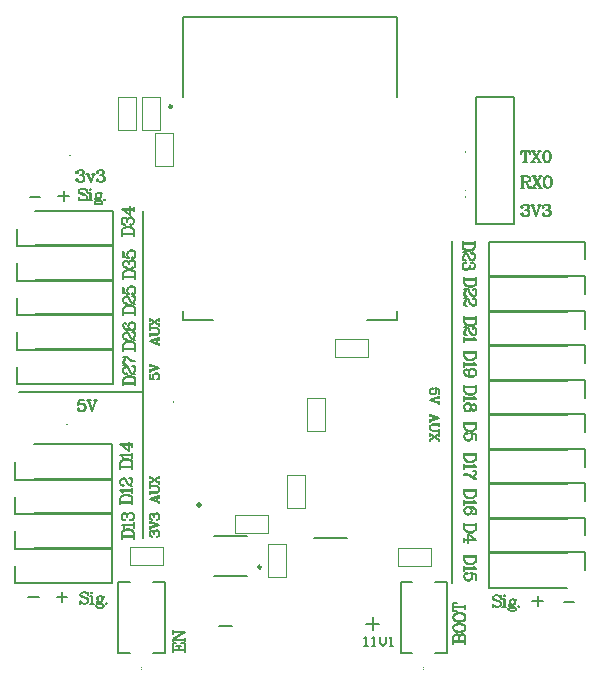
<source format=gto>
G04*
G04 #@! TF.GenerationSoftware,Altium Limited,Altium Designer,24.6.1 (21)*
G04*
G04 Layer_Color=65535*
%FSLAX42Y42*%
%MOMM*%
G71*
G04*
G04 #@! TF.SameCoordinates,A6C07601-EB4F-4E80-B680-5A307C7D7090*
G04*
G04*
G04 #@! TF.FilePolarity,Positive*
G04*
G01*
G75*
%ADD10C,0.10*%
%ADD11C,0.20*%
%ADD12C,0.25*%
%ADD13C,0.50*%
%ADD14C,0.05*%
%ADD15C,0.15*%
D10*
X3874Y4415D02*
G03*
X3874Y4425I0J5D01*
G01*
D02*
G03*
X3874Y4415I0J-5D01*
G01*
Y4097D02*
G03*
X3874Y4107I0J5D01*
G01*
D02*
G03*
X3874Y4097I0J-5D01*
G01*
X508Y2113D02*
G03*
X498Y2113I-5J0D01*
G01*
D02*
G03*
X508Y2113I5J0D01*
G01*
X3518Y53D02*
G03*
X3518Y43I0J-5D01*
G01*
D02*
G03*
X3518Y53I0J5D01*
G01*
X3874Y4033D02*
G03*
X3874Y4044I0J5D01*
G01*
D02*
G03*
X3874Y4033I0J-5D01*
G01*
X1130Y43D02*
G03*
X1130Y53I0J5D01*
G01*
D02*
G03*
X1130Y43I0J-5D01*
G01*
X516Y4392D02*
G03*
X526Y4392I5J0D01*
G01*
D02*
G03*
X516Y4392I-5J0D01*
G01*
D11*
X1402Y2302D02*
G03*
X1402Y2302I-5J0D01*
G01*
X3759Y775D02*
Y876D01*
X870Y2388D02*
X1143D01*
X89D02*
X127D01*
X195D01*
X375D01*
X229Y3338D02*
X889D01*
Y3037D02*
Y3338D01*
X76Y3037D02*
X889D01*
X76D02*
Y3188D01*
X2591Y1156D02*
X2870D01*
X1483Y5560D02*
X3293D01*
Y3000D02*
Y3072D01*
Y4888D02*
Y5560D01*
X1483Y3000D02*
X1734D01*
X3042D02*
X3293D01*
X1483D02*
Y3072D01*
Y4888D02*
Y5560D01*
X1143Y2388D02*
Y2578D01*
X375Y2388D02*
X870D01*
X3323Y183D02*
X3418D01*
X3323D02*
Y783D01*
X3418D01*
X3618Y183D02*
X3713D01*
Y783D01*
X3618D02*
X3713D01*
X229Y2754D02*
X889D01*
Y2453D02*
Y2754D01*
X76Y2453D02*
X889D01*
X76D02*
Y2603D01*
Y3622D02*
Y3772D01*
Y3622D02*
X889D01*
Y3922D01*
X229D02*
X889D01*
X76Y2745D02*
Y2896D01*
Y2745D02*
X889D01*
Y3046D01*
X229D02*
X889D01*
X4886Y1174D02*
Y1324D01*
X4073D02*
X4886D01*
X4073Y1023D02*
Y1324D01*
Y1023D02*
X4734D01*
X216Y1653D02*
X876D01*
Y1352D02*
Y1653D01*
X63Y1352D02*
X876D01*
X63D02*
Y1503D01*
X4886Y3218D02*
Y3369D01*
X4073D02*
X4886D01*
X4073Y3068D02*
Y3369D01*
Y3068D02*
X4734D01*
X4886Y2342D02*
Y2493D01*
X4073D02*
X4886D01*
X4073Y2192D02*
Y2493D01*
Y2192D02*
X4734D01*
X4886Y1466D02*
Y1616D01*
X4073D02*
X4886D01*
X4073Y1315D02*
Y1616D01*
Y1315D02*
X4734D01*
X4886Y3511D02*
Y3661D01*
X4073D02*
X4886D01*
X4073Y3360D02*
Y3661D01*
Y3360D02*
X4734D01*
X216Y1069D02*
X876D01*
Y768D02*
Y1069D01*
X63Y768D02*
X876D01*
X63D02*
Y918D01*
X216Y1945D02*
X876D01*
Y1644D02*
Y1945D01*
X63Y1644D02*
X876D01*
X63D02*
Y1795D01*
X4886Y1758D02*
Y1908D01*
X4073D02*
X4886D01*
X4073Y1608D02*
Y1908D01*
Y1608D02*
X4734D01*
X216Y1361D02*
X876D01*
Y1060D02*
Y1361D01*
X63Y1060D02*
X876D01*
X63D02*
Y1210D01*
X4886Y2926D02*
Y3077D01*
X4073D02*
X4886D01*
X4073Y2776D02*
Y3077D01*
Y2776D02*
X4734D01*
X4886Y882D02*
Y1032D01*
X4073D02*
X4886D01*
X4073Y731D02*
Y1032D01*
Y731D02*
X4734D01*
X76Y3329D02*
Y3480D01*
Y3329D02*
X889D01*
Y3630D01*
X229D02*
X889D01*
X4886Y2050D02*
Y2200D01*
X4073D02*
X4886D01*
X4073Y1900D02*
Y2200D01*
Y1900D02*
X4734D01*
X4886Y2634D02*
Y2785D01*
X4073D02*
X4886D01*
X4073Y2484D02*
Y2785D01*
Y2484D02*
X4734D01*
X3962Y3810D02*
X4280D01*
Y4890D01*
X3962D02*
X4280D01*
X3962Y3810D02*
Y4890D01*
X1143Y1156D02*
Y2388D01*
Y2578D02*
Y3924D01*
X1230Y783D02*
X1325D01*
Y183D02*
Y783D01*
X1230Y183D02*
X1325D01*
X935Y783D02*
X1030D01*
X935Y183D02*
Y783D01*
Y183D02*
X1030D01*
X3759Y876D02*
Y2197D01*
Y2203D02*
Y3664D01*
X1740Y833D02*
X2020D01*
X1740Y1173D02*
X2020D01*
X3017Y236D02*
X3044D01*
X3030D01*
Y316D01*
X3017Y303D01*
X3084Y236D02*
X3110D01*
X3097D01*
Y316D01*
X3084Y303D01*
X3150Y316D02*
Y263D01*
X3177Y236D01*
X3204Y263D01*
Y316D01*
X3230Y236D02*
X3257D01*
X3244D01*
Y316D01*
X3230Y303D01*
D12*
X1388Y4806D02*
G03*
X1388Y4806I-12J0D01*
G01*
X2142Y906D02*
G03*
X2142Y906I-12J0D01*
G01*
D13*
X1613Y1435D02*
D03*
D14*
X2772Y2681D02*
X3051D01*
X2772D02*
Y2834D01*
X2784D01*
X3051Y2681D02*
Y2834D01*
X2784D02*
X3051D01*
X3302Y1067D02*
X3581D01*
Y914D02*
Y1067D01*
X3569Y914D02*
X3581D01*
X3302D02*
Y1067D01*
Y914D02*
X3569D01*
X2527Y2057D02*
Y2337D01*
X2680D01*
Y2324D02*
Y2337D01*
X2527Y2057D02*
X2680D01*
Y2324D01*
X1245Y4305D02*
Y4585D01*
X1397D01*
Y4572D02*
Y4585D01*
X1245Y4305D02*
X1397D01*
Y4572D01*
X1041Y1080D02*
X1308D01*
Y927D02*
Y1080D01*
X1029D02*
X1041D01*
X1029Y927D02*
Y1080D01*
Y927D02*
X1308D01*
X2362Y1422D02*
Y1689D01*
X2515D01*
X2362Y1410D02*
Y1422D01*
Y1410D02*
X2515D01*
Y1689D01*
X1918Y1194D02*
X2197D01*
X1918D02*
Y1346D01*
X1930D01*
X2197Y1194D02*
Y1346D01*
X1930D02*
X2197D01*
Y838D02*
Y1105D01*
X2350D01*
X2197Y826D02*
Y838D01*
Y826D02*
X2350D01*
Y1105D01*
X1080Y4610D02*
Y4890D01*
X927Y4610D02*
X1080D01*
X927D02*
Y4623D01*
Y4890D02*
X1080D01*
X927Y4623D02*
Y4890D01*
X1130Y4623D02*
Y4890D01*
X1283D01*
X1130Y4610D02*
Y4623D01*
Y4610D02*
X1283D01*
Y4890D01*
D15*
X1216Y1169D02*
X1219Y1173D01*
X1223Y1169D01*
X1219Y1165D01*
X1216D01*
X1208Y1169D01*
X1204Y1173D01*
X1200Y1184D01*
Y1200D01*
X1204Y1211D01*
X1212Y1215D01*
X1223D01*
X1231Y1211D01*
X1235Y1200D01*
Y1188D01*
X1200Y1200D02*
X1204Y1207D01*
X1212Y1211D01*
X1223D01*
X1231Y1207D01*
X1235Y1200D01*
X1239Y1207D01*
X1246Y1215D01*
X1254Y1219D01*
X1265D01*
X1273Y1215D01*
X1277Y1211D01*
X1280Y1200D01*
Y1184D01*
X1277Y1173D01*
X1273Y1169D01*
X1265Y1165D01*
X1261D01*
X1258Y1169D01*
X1261Y1173D01*
X1265Y1169D01*
X1242Y1211D02*
X1254Y1215D01*
X1265D01*
X1273Y1211D01*
X1277Y1207D01*
X1280Y1200D01*
X1200Y1238D02*
X1280Y1265D01*
X1200Y1242D02*
X1269Y1265D01*
X1200Y1291D02*
X1280Y1265D01*
X1200Y1230D02*
Y1253D01*
Y1276D02*
Y1299D01*
X1216Y1313D02*
X1219Y1317D01*
X1223Y1313D01*
X1219Y1309D01*
X1216D01*
X1208Y1313D01*
X1204Y1317D01*
X1200Y1328D01*
Y1344D01*
X1204Y1355D01*
X1212Y1359D01*
X1223D01*
X1231Y1355D01*
X1235Y1344D01*
Y1332D01*
X1200Y1344D02*
X1204Y1351D01*
X1212Y1355D01*
X1223D01*
X1231Y1351D01*
X1235Y1344D01*
X1239Y1351D01*
X1246Y1359D01*
X1254Y1363D01*
X1265D01*
X1273Y1359D01*
X1277Y1355D01*
X1280Y1344D01*
Y1328D01*
X1277Y1317D01*
X1273Y1313D01*
X1265Y1309D01*
X1261D01*
X1258Y1313D01*
X1261Y1317D01*
X1265Y1313D01*
X1242Y1355D02*
X1254Y1359D01*
X1265D01*
X1273Y1355D01*
X1277Y1351D01*
X1280Y1344D01*
X1200Y1481D02*
X1280Y1454D01*
X1200Y1481D02*
X1280Y1507D01*
X1212Y1481D02*
X1280Y1504D01*
X1258Y1462D02*
Y1496D01*
X1280Y1446D02*
Y1469D01*
Y1492D02*
Y1515D01*
X1200Y1537D02*
X1258D01*
X1269Y1540D01*
X1277Y1548D01*
X1280Y1560D01*
Y1567D01*
X1277Y1579D01*
X1269Y1586D01*
X1258Y1590D01*
X1200D01*
Y1540D02*
X1258D01*
X1269Y1544D01*
X1277Y1552D01*
X1280Y1560D01*
X1200Y1525D02*
Y1552D01*
Y1579D02*
Y1601D01*
Y1619D02*
X1280Y1668D01*
X1200Y1622D02*
X1280Y1672D01*
X1200D02*
X1280Y1619D01*
X1200Y1611D02*
Y1634D01*
Y1657D02*
Y1679D01*
X1280Y1611D02*
Y1634D01*
Y1657D02*
Y1679D01*
X1200Y2503D02*
X1239Y2495D01*
X1231Y2503D01*
X1227Y2514D01*
Y2526D01*
X1231Y2537D01*
X1239Y2545D01*
X1250Y2549D01*
X1258D01*
X1269Y2545D01*
X1277Y2537D01*
X1280Y2526D01*
Y2514D01*
X1277Y2503D01*
X1273Y2499D01*
X1265Y2495D01*
X1261D01*
X1258Y2499D01*
X1261Y2503D01*
X1265Y2499D01*
X1227Y2526D02*
X1231Y2533D01*
X1239Y2541D01*
X1250Y2545D01*
X1258D01*
X1269Y2541D01*
X1277Y2533D01*
X1280Y2526D01*
X1200Y2503D02*
Y2541D01*
X1204Y2503D02*
Y2522D01*
X1200Y2541D01*
Y2568D02*
X1280Y2595D01*
X1200Y2572D02*
X1269Y2595D01*
X1200Y2621D02*
X1280Y2595D01*
X1200Y2561D02*
Y2583D01*
Y2606D02*
Y2629D01*
Y2818D02*
X1280Y2791D01*
X1200Y2818D02*
X1280Y2844D01*
X1212Y2818D02*
X1280Y2840D01*
X1258Y2799D02*
Y2833D01*
X1280Y2783D02*
Y2806D01*
Y2829D02*
Y2852D01*
X1200Y2874D02*
X1258D01*
X1269Y2877D01*
X1277Y2885D01*
X1280Y2896D01*
Y2904D01*
X1277Y2915D01*
X1269Y2923D01*
X1258Y2927D01*
X1200D01*
Y2877D02*
X1258D01*
X1269Y2881D01*
X1277Y2889D01*
X1280Y2896D01*
X1200Y2862D02*
Y2889D01*
Y2915D02*
Y2938D01*
Y2955D02*
X1280Y3005D01*
X1200Y2959D02*
X1280Y3009D01*
X1200D02*
X1280Y2955D01*
X1200Y2948D02*
Y2971D01*
Y2994D02*
Y3016D01*
X1280Y2948D02*
Y2971D01*
Y2994D02*
Y3016D01*
X3651Y2414D02*
X3613Y2422D01*
X3621Y2414D01*
X3624Y2403D01*
Y2391D01*
X3621Y2380D01*
X3613Y2372D01*
X3601Y2368D01*
X3594D01*
X3582Y2372D01*
X3575Y2380D01*
X3571Y2391D01*
Y2403D01*
X3575Y2414D01*
X3579Y2418D01*
X3586Y2422D01*
X3590D01*
X3594Y2418D01*
X3590Y2414D01*
X3586Y2418D01*
X3624Y2391D02*
X3621Y2384D01*
X3613Y2376D01*
X3601Y2372D01*
X3594D01*
X3582Y2376D01*
X3575Y2384D01*
X3571Y2391D01*
X3651Y2414D02*
Y2376D01*
X3647Y2414D02*
Y2395D01*
X3651Y2376D01*
Y2349D02*
X3571Y2322D01*
X3651Y2345D02*
X3582Y2322D01*
X3651Y2296D02*
X3571Y2322D01*
X3651Y2356D02*
Y2334D01*
Y2311D02*
Y2288D01*
Y2171D02*
X3571Y2198D01*
X3651Y2171D02*
X3571Y2145D01*
X3640Y2171D02*
X3571Y2149D01*
X3594Y2190D02*
Y2156D01*
X3571Y2206D02*
Y2183D01*
Y2160D02*
Y2137D01*
X3651Y2115D02*
X3594D01*
X3582Y2112D01*
X3575Y2104D01*
X3571Y2093D01*
Y2085D01*
X3575Y2074D01*
X3582Y2066D01*
X3594Y2062D01*
X3651D01*
Y2112D02*
X3594D01*
X3582Y2108D01*
X3575Y2100D01*
X3571Y2093D01*
X3651Y2127D02*
Y2100D01*
Y2074D02*
Y2051D01*
Y2034D02*
X3571Y1984D01*
X3651Y2030D02*
X3571Y1980D01*
X3651D02*
X3571Y2034D01*
X3651Y2041D02*
Y2018D01*
Y1995D02*
Y1973D01*
X3571Y2041D02*
Y2018D01*
Y1995D02*
Y1973D01*
X186Y4041D02*
X271D01*
X470Y4088D02*
Y4003D01*
X427Y4046D02*
X513D01*
X661Y4096D02*
X666Y4111D01*
Y4082D01*
X661Y4096D01*
X652Y4106D01*
X637Y4111D01*
X623D01*
X609Y4106D01*
X599Y4096D01*
Y4087D01*
X604Y4077D01*
X609Y4073D01*
X618Y4068D01*
X647Y4058D01*
X656Y4054D01*
X666Y4044D01*
X599Y4087D02*
X609Y4077D01*
X618Y4073D01*
X647Y4063D01*
X656Y4058D01*
X661Y4054D01*
X666Y4044D01*
Y4025D01*
X656Y4015D01*
X642Y4011D01*
X628D01*
X614Y4015D01*
X604Y4025D01*
X599Y4039D01*
Y4011D01*
X604Y4025D01*
X695Y4111D02*
X690Y4106D01*
X695Y4101D01*
X700Y4106D01*
X695Y4111D01*
Y4077D02*
Y4011D01*
X700Y4077D02*
Y4011D01*
X681Y4077D02*
X700D01*
X681Y4011D02*
X714D01*
X761Y4077D02*
X751Y4073D01*
X746Y4068D01*
X742Y4058D01*
Y4049D01*
X746Y4039D01*
X751Y4035D01*
X761Y4030D01*
X770D01*
X780Y4035D01*
X785Y4039D01*
X789Y4049D01*
Y4058D01*
X785Y4068D01*
X780Y4073D01*
X770Y4077D01*
X761D01*
X751Y4073D02*
X746Y4063D01*
Y4044D01*
X751Y4035D01*
X780D02*
X785Y4044D01*
Y4063D01*
X780Y4073D01*
X785Y4068D02*
X789Y4073D01*
X799Y4077D01*
Y4073D01*
X789D01*
X746Y4039D02*
X742Y4035D01*
X737Y4025D01*
Y4020D01*
X742Y4011D01*
X756Y4006D01*
X780D01*
X794Y4001D01*
X799Y3996D01*
X737Y4020D02*
X742Y4015D01*
X756Y4011D01*
X780D01*
X794Y4006D01*
X799Y3996D01*
Y3992D01*
X794Y3982D01*
X780Y3977D01*
X751D01*
X737Y3982D01*
X732Y3992D01*
Y3996D01*
X737Y4006D01*
X751Y4011D01*
X818Y4020D02*
X814Y4015D01*
X818Y4011D01*
X823Y4015D01*
X818Y4020D01*
X3771Y273D02*
X3871D01*
X3771Y278D02*
X3871D01*
X3771Y259D02*
Y316D01*
X3776Y330D01*
X3781Y335D01*
X3790Y340D01*
X3800D01*
X3809Y335D01*
X3814Y330D01*
X3819Y316D01*
X3771D02*
X3776Y326D01*
X3781Y330D01*
X3790Y335D01*
X3800D01*
X3809Y330D01*
X3814Y326D01*
X3819Y316D01*
Y278D02*
Y316D01*
X3824Y330D01*
X3828Y335D01*
X3838Y340D01*
X3852D01*
X3862Y335D01*
X3866Y330D01*
X3871Y316D01*
Y259D01*
X3819Y316D02*
X3824Y326D01*
X3828Y330D01*
X3838Y335D01*
X3852D01*
X3862Y330D01*
X3866Y326D01*
X3871Y316D01*
X3771Y387D02*
X3776Y372D01*
X3786Y363D01*
X3795Y358D01*
X3814Y353D01*
X3828D01*
X3847Y358D01*
X3857Y363D01*
X3866Y372D01*
X3871Y387D01*
Y396D01*
X3866Y410D01*
X3857Y420D01*
X3847Y425D01*
X3828Y429D01*
X3814D01*
X3795Y425D01*
X3786Y420D01*
X3776Y410D01*
X3771Y396D01*
Y387D01*
X3776Y377D01*
X3786Y368D01*
X3795Y363D01*
X3814Y358D01*
X3828D01*
X3847Y363D01*
X3857Y368D01*
X3866Y377D01*
X3871Y387D01*
Y396D02*
X3866Y406D01*
X3857Y415D01*
X3847Y420D01*
X3828Y425D01*
X3814D01*
X3795Y420D01*
X3786Y415D01*
X3776Y406D01*
X3771Y396D01*
Y477D02*
X3776Y462D01*
X3786Y453D01*
X3795Y448D01*
X3814Y443D01*
X3828D01*
X3847Y448D01*
X3857Y453D01*
X3866Y462D01*
X3871Y477D01*
Y486D01*
X3866Y500D01*
X3857Y510D01*
X3847Y515D01*
X3828Y519D01*
X3814D01*
X3795Y515D01*
X3786Y510D01*
X3776Y500D01*
X3771Y486D01*
Y477D01*
X3776Y467D01*
X3786Y458D01*
X3795Y453D01*
X3814Y448D01*
X3828D01*
X3847Y453D01*
X3857Y458D01*
X3866Y467D01*
X3871Y477D01*
Y486D02*
X3866Y496D01*
X3857Y505D01*
X3847Y510D01*
X3828Y515D01*
X3814D01*
X3795Y510D01*
X3786Y505D01*
X3776Y496D01*
X3771Y486D01*
Y567D02*
X3871D01*
X3771Y571D02*
X3871D01*
X3771Y538D02*
X3800Y533D01*
X3771D01*
Y605D01*
X3800D01*
X3771Y600D01*
X3871Y552D02*
Y586D01*
X599Y2325D02*
X590Y2277D01*
X599Y2287D01*
X613Y2291D01*
X628D01*
X642Y2287D01*
X651Y2277D01*
X656Y2263D01*
Y2253D01*
X651Y2239D01*
X642Y2230D01*
X628Y2225D01*
X613D01*
X599Y2230D01*
X594Y2234D01*
X590Y2244D01*
Y2249D01*
X594Y2253D01*
X599Y2249D01*
X594Y2244D01*
X628Y2291D02*
X637Y2287D01*
X647Y2277D01*
X651Y2263D01*
Y2253D01*
X647Y2239D01*
X637Y2230D01*
X628Y2225D01*
X599Y2325D02*
X647D01*
X599Y2320D02*
X623D01*
X647Y2325D01*
X680D02*
X714Y2225D01*
X685Y2325D02*
X714Y2239D01*
X747Y2325D02*
X714Y2225D01*
X671Y2325D02*
X700D01*
X728D02*
X757D01*
X584Y4249D02*
X589Y4244D01*
X584Y4239D01*
X579Y4244D01*
Y4249D01*
X584Y4258D01*
X589Y4263D01*
X603Y4268D01*
X622D01*
X637Y4263D01*
X641Y4254D01*
Y4239D01*
X637Y4230D01*
X622Y4225D01*
X608D01*
X622Y4268D02*
X632Y4263D01*
X637Y4254D01*
Y4239D01*
X632Y4230D01*
X622Y4225D01*
X632Y4220D01*
X641Y4211D01*
X646Y4201D01*
Y4187D01*
X641Y4177D01*
X637Y4173D01*
X622Y4168D01*
X603D01*
X589Y4173D01*
X584Y4177D01*
X579Y4187D01*
Y4192D01*
X584Y4196D01*
X589Y4192D01*
X584Y4187D01*
X637Y4216D02*
X641Y4201D01*
Y4187D01*
X637Y4177D01*
X632Y4173D01*
X622Y4168D01*
X670Y4235D02*
X699Y4168D01*
X675Y4235D02*
X699Y4177D01*
X728Y4235D02*
X699Y4168D01*
X661Y4235D02*
X689D01*
X708D02*
X737D01*
X756Y4249D02*
X760Y4244D01*
X756Y4239D01*
X751Y4244D01*
Y4249D01*
X756Y4258D01*
X760Y4263D01*
X775Y4268D01*
X794D01*
X808Y4263D01*
X813Y4254D01*
Y4239D01*
X808Y4230D01*
X794Y4225D01*
X779D01*
X794Y4268D02*
X803Y4263D01*
X808Y4254D01*
Y4239D01*
X803Y4230D01*
X794Y4225D01*
X803Y4220D01*
X813Y4211D01*
X818Y4201D01*
Y4187D01*
X813Y4177D01*
X808Y4173D01*
X794Y4168D01*
X775D01*
X760Y4173D01*
X756Y4177D01*
X751Y4187D01*
Y4192D01*
X756Y4196D01*
X760Y4192D01*
X756Y4187D01*
X808Y4216D02*
X813Y4201D01*
Y4187D01*
X808Y4177D01*
X803Y4173D01*
X794Y4168D01*
X4378Y4433D02*
Y4333D01*
X4383Y4433D02*
Y4333D01*
X4350Y4433D02*
X4345Y4404D01*
Y4433D01*
X4416D01*
Y4404D01*
X4412Y4433D01*
X4364Y4333D02*
X4397D01*
X4440Y4433D02*
X4502Y4333D01*
X4445Y4433D02*
X4507Y4333D01*
Y4433D02*
X4440Y4333D01*
X4431Y4433D02*
X4459D01*
X4488D02*
X4516D01*
X4431Y4333D02*
X4459D01*
X4488D02*
X4516D01*
X4558Y4433D02*
X4543Y4428D01*
X4534Y4414D01*
X4529Y4390D01*
Y4376D01*
X4534Y4352D01*
X4543Y4338D01*
X4558Y4333D01*
X4567D01*
X4582Y4338D01*
X4591Y4352D01*
X4596Y4376D01*
Y4390D01*
X4591Y4414D01*
X4582Y4428D01*
X4567Y4433D01*
X4558D01*
X4548Y4428D01*
X4543Y4423D01*
X4539Y4414D01*
X4534Y4390D01*
Y4376D01*
X4539Y4352D01*
X4543Y4343D01*
X4548Y4338D01*
X4558Y4333D01*
X4567D02*
X4577Y4338D01*
X4582Y4343D01*
X4586Y4352D01*
X4591Y4376D01*
Y4390D01*
X4586Y4414D01*
X4582Y4423D01*
X4577Y4428D01*
X4567Y4433D01*
X4353Y4217D02*
Y4117D01*
X4358Y4217D02*
Y4117D01*
X4339Y4217D02*
X4396D01*
X4410Y4212D01*
X4415Y4208D01*
X4419Y4198D01*
Y4189D01*
X4415Y4179D01*
X4410Y4174D01*
X4396Y4169D01*
X4358D01*
X4396Y4217D02*
X4405Y4212D01*
X4410Y4208D01*
X4415Y4198D01*
Y4189D01*
X4410Y4179D01*
X4405Y4174D01*
X4396Y4169D01*
X4339Y4117D02*
X4372D01*
X4381Y4169D02*
X4391Y4165D01*
X4396Y4160D01*
X4410Y4127D01*
X4415Y4122D01*
X4419D01*
X4424Y4127D01*
X4391Y4165D02*
X4396Y4155D01*
X4405Y4122D01*
X4410Y4117D01*
X4419D01*
X4424Y4127D01*
Y4131D01*
X4447Y4217D02*
X4508Y4117D01*
X4451Y4217D02*
X4513Y4117D01*
Y4217D02*
X4447Y4117D01*
X4437Y4217D02*
X4466D01*
X4494D02*
X4523D01*
X4437Y4117D02*
X4466D01*
X4494D02*
X4523D01*
X4564Y4217D02*
X4550Y4212D01*
X4540Y4198D01*
X4536Y4174D01*
Y4160D01*
X4540Y4136D01*
X4550Y4122D01*
X4564Y4117D01*
X4574D01*
X4588Y4122D01*
X4598Y4136D01*
X4602Y4160D01*
Y4174D01*
X4598Y4198D01*
X4588Y4212D01*
X4574Y4217D01*
X4564D01*
X4555Y4212D01*
X4550Y4208D01*
X4545Y4198D01*
X4540Y4174D01*
Y4160D01*
X4545Y4136D01*
X4550Y4127D01*
X4555Y4122D01*
X4564Y4117D01*
X4574D02*
X4583Y4122D01*
X4588Y4127D01*
X4593Y4136D01*
X4598Y4160D01*
Y4174D01*
X4593Y4198D01*
X4588Y4208D01*
X4583Y4212D01*
X4574Y4217D01*
X4352Y3957D02*
X4357Y3952D01*
X4352Y3947D01*
X4347Y3952D01*
Y3957D01*
X4352Y3966D01*
X4357Y3971D01*
X4371Y3976D01*
X4390D01*
X4404Y3971D01*
X4409Y3961D01*
Y3947D01*
X4404Y3938D01*
X4390Y3933D01*
X4376D01*
X4390Y3976D02*
X4399Y3971D01*
X4404Y3961D01*
Y3947D01*
X4399Y3938D01*
X4390Y3933D01*
X4399Y3928D01*
X4409Y3919D01*
X4414Y3909D01*
Y3895D01*
X4409Y3885D01*
X4404Y3881D01*
X4390Y3876D01*
X4371D01*
X4357Y3881D01*
X4352Y3885D01*
X4347Y3895D01*
Y3900D01*
X4352Y3904D01*
X4357Y3900D01*
X4352Y3895D01*
X4404Y3923D02*
X4409Y3909D01*
Y3895D01*
X4404Y3885D01*
X4399Y3881D01*
X4390Y3876D01*
X4438Y3976D02*
X4471Y3876D01*
X4443Y3976D02*
X4471Y3890D01*
X4505Y3976D02*
X4471Y3876D01*
X4429Y3976D02*
X4457D01*
X4486D02*
X4514D01*
X4532Y3957D02*
X4537Y3952D01*
X4532Y3947D01*
X4527Y3952D01*
Y3957D01*
X4532Y3966D01*
X4537Y3971D01*
X4551Y3976D01*
X4570D01*
X4584Y3971D01*
X4589Y3961D01*
Y3947D01*
X4584Y3938D01*
X4570Y3933D01*
X4556D01*
X4570Y3976D02*
X4579Y3971D01*
X4584Y3961D01*
Y3947D01*
X4579Y3938D01*
X4570Y3933D01*
X4579Y3928D01*
X4589Y3919D01*
X4594Y3909D01*
Y3895D01*
X4589Y3885D01*
X4584Y3881D01*
X4570Y3876D01*
X4551D01*
X4537Y3881D01*
X4532Y3885D01*
X4527Y3895D01*
Y3900D01*
X4532Y3904D01*
X4537Y3900D01*
X4532Y3895D01*
X4584Y3923D02*
X4589Y3909D01*
Y3895D01*
X4584Y3885D01*
X4579Y3881D01*
X4570Y3876D01*
X1396Y203D02*
X1496D01*
X1396Y208D02*
X1496D01*
X1425Y237D02*
X1463D01*
X1396Y189D02*
Y265D01*
X1425D01*
X1396Y261D01*
X1444Y208D02*
Y237D01*
X1496Y189D02*
Y265D01*
X1468D01*
X1496Y261D01*
X1396Y293D02*
X1496D01*
X1396Y298D02*
X1487Y355D01*
X1406Y298D02*
X1496Y355D01*
X1396D02*
X1496D01*
X1396Y279D02*
Y298D01*
Y341D02*
Y370D01*
X1496Y279D02*
Y308D01*
X3086Y482D02*
Y371D01*
X3030Y426D02*
X3142D01*
X4166Y655D02*
X4171Y669D01*
Y640D01*
X4166Y655D01*
X4157Y664D01*
X4143Y669D01*
X4128D01*
X4114Y664D01*
X4105Y655D01*
Y645D01*
X4109Y636D01*
X4114Y631D01*
X4124Y626D01*
X4152Y617D01*
X4162Y612D01*
X4171Y602D01*
X4105Y645D02*
X4114Y636D01*
X4124Y631D01*
X4152Y621D01*
X4162Y617D01*
X4166Y612D01*
X4171Y602D01*
Y583D01*
X4162Y574D01*
X4147Y569D01*
X4133D01*
X4119Y574D01*
X4109Y583D01*
X4105Y598D01*
Y569D01*
X4109Y583D01*
X4200Y669D02*
X4195Y664D01*
X4200Y659D01*
X4205Y664D01*
X4200Y669D01*
Y636D02*
Y569D01*
X4205Y636D02*
Y569D01*
X4186Y636D02*
X4205D01*
X4186Y569D02*
X4219D01*
X4266Y636D02*
X4256Y631D01*
X4252Y626D01*
X4247Y617D01*
Y607D01*
X4252Y598D01*
X4256Y593D01*
X4266Y588D01*
X4275D01*
X4285Y593D01*
X4290Y598D01*
X4294Y607D01*
Y617D01*
X4290Y626D01*
X4285Y631D01*
X4275Y636D01*
X4266D01*
X4256Y631D02*
X4252Y621D01*
Y602D01*
X4256Y593D01*
X4285D02*
X4290Y602D01*
Y621D01*
X4285Y631D01*
X4290Y626D02*
X4294Y631D01*
X4304Y636D01*
Y631D01*
X4294D01*
X4252Y598D02*
X4247Y593D01*
X4242Y583D01*
Y579D01*
X4247Y569D01*
X4261Y564D01*
X4285D01*
X4299Y560D01*
X4304Y555D01*
X4242Y579D02*
X4247Y574D01*
X4261Y569D01*
X4285D01*
X4299Y564D01*
X4304Y555D01*
Y550D01*
X4299Y540D01*
X4285Y536D01*
X4256D01*
X4242Y540D01*
X4237Y550D01*
Y555D01*
X4242Y564D01*
X4256Y569D01*
X4324Y579D02*
X4319Y574D01*
X4324Y569D01*
X4328Y574D01*
X4324Y579D01*
X4707Y612D02*
X4793D01*
X4483Y659D02*
Y574D01*
X4440Y617D02*
X4526D01*
X952Y1453D02*
X1052D01*
X952Y1458D02*
X1052D01*
X952Y1439D02*
Y1487D01*
X957Y1501D01*
X966Y1510D01*
X976Y1515D01*
X990Y1520D01*
X1014D01*
X1028Y1515D01*
X1038Y1510D01*
X1047Y1501D01*
X1052Y1487D01*
Y1439D01*
X952Y1487D02*
X957Y1496D01*
X966Y1506D01*
X976Y1510D01*
X990Y1515D01*
X1014D01*
X1028Y1510D01*
X1038Y1506D01*
X1047Y1496D01*
X1052Y1487D01*
X971Y1533D02*
X966Y1543D01*
X952Y1557D01*
X1052D01*
X957Y1552D02*
X1052D01*
Y1533D02*
Y1576D01*
X971Y1598D02*
X976Y1603D01*
X980Y1598D01*
X976Y1593D01*
X971D01*
X961Y1598D01*
X957Y1603D01*
X952Y1617D01*
Y1636D01*
X957Y1650D01*
X961Y1655D01*
X971Y1660D01*
X980D01*
X990Y1655D01*
X999Y1641D01*
X1009Y1617D01*
X1014Y1607D01*
X1023Y1598D01*
X1038Y1593D01*
X1052D01*
X952Y1636D02*
X957Y1646D01*
X961Y1650D01*
X971Y1655D01*
X980D01*
X990Y1650D01*
X999Y1636D01*
X1009Y1617D01*
X1042Y1593D02*
X1038Y1598D01*
Y1607D01*
X1047Y1631D01*
Y1646D01*
X1042Y1655D01*
X1038Y1660D01*
X1028D01*
X1038Y1607D02*
X1052Y1631D01*
Y1650D01*
X1047Y1655D01*
X1038Y1660D01*
X952Y1753D02*
X1052D01*
X952Y1758D02*
X1052D01*
X952Y1739D02*
Y1787D01*
X957Y1801D01*
X966Y1810D01*
X976Y1815D01*
X990Y1820D01*
X1014D01*
X1028Y1815D01*
X1038Y1810D01*
X1047Y1801D01*
X1052Y1787D01*
Y1739D01*
X952Y1787D02*
X957Y1796D01*
X966Y1806D01*
X976Y1810D01*
X990Y1815D01*
X1014D01*
X1028Y1810D01*
X1038Y1806D01*
X1047Y1796D01*
X1052Y1787D01*
X971Y1833D02*
X966Y1843D01*
X952Y1857D01*
X1052D01*
X957Y1852D02*
X1052D01*
Y1833D02*
Y1876D01*
X961Y1941D02*
X1052D01*
X1023Y1969D02*
Y1893D01*
X952Y1946D01*
X1052D01*
Y1927D02*
Y1960D01*
X977Y2459D02*
X1077D01*
X977Y2463D02*
X1077D01*
X977Y2444D02*
Y2492D01*
X982Y2506D01*
X992Y2516D01*
X1001Y2520D01*
X1015Y2525D01*
X1039D01*
X1053Y2520D01*
X1063Y2516D01*
X1072Y2506D01*
X1077Y2492D01*
Y2444D01*
X977Y2492D02*
X982Y2501D01*
X992Y2511D01*
X1001Y2516D01*
X1015Y2520D01*
X1039D01*
X1053Y2516D01*
X1063Y2511D01*
X1072Y2501D01*
X1077Y2492D01*
X996Y2543D02*
X1001Y2548D01*
X1006Y2543D01*
X1001Y2539D01*
X996D01*
X987Y2543D01*
X982Y2548D01*
X977Y2562D01*
Y2581D01*
X982Y2596D01*
X987Y2600D01*
X996Y2605D01*
X1006D01*
X1015Y2600D01*
X1025Y2586D01*
X1034Y2562D01*
X1039Y2553D01*
X1049Y2543D01*
X1063Y2539D01*
X1077D01*
X977Y2581D02*
X982Y2591D01*
X987Y2596D01*
X996Y2600D01*
X1006D01*
X1015Y2596D01*
X1025Y2581D01*
X1034Y2562D01*
X1068Y2539D02*
X1063Y2543D01*
Y2553D01*
X1072Y2577D01*
Y2591D01*
X1068Y2600D01*
X1063Y2605D01*
X1053D01*
X1063Y2553D02*
X1077Y2577D01*
Y2596D01*
X1072Y2600D01*
X1063Y2605D01*
X977Y2620D02*
X1006D01*
X996D02*
X987Y2625D01*
X977Y2634D01*
Y2644D01*
X992Y2668D01*
Y2677D01*
X987Y2682D01*
X977Y2687D01*
X987Y2625D02*
X982Y2634D01*
Y2644D01*
X992Y2668D01*
X977Y2687D02*
X992D01*
X1006Y2682D01*
X1030Y2663D01*
X1039Y2658D01*
X1053Y2653D01*
X1077D01*
X1006Y2682D02*
X1030Y2658D01*
X1039Y2653D01*
X1053Y2648D01*
X1077D01*
X977Y3055D02*
X1077D01*
X977Y3060D02*
X1077D01*
X977Y3041D02*
Y3089D01*
X982Y3103D01*
X992Y3113D01*
X1001Y3117D01*
X1015Y3122D01*
X1039D01*
X1053Y3117D01*
X1063Y3113D01*
X1072Y3103D01*
X1077Y3089D01*
Y3041D01*
X977Y3089D02*
X982Y3098D01*
X992Y3108D01*
X1001Y3113D01*
X1015Y3117D01*
X1039D01*
X1053Y3113D01*
X1063Y3108D01*
X1072Y3098D01*
X1077Y3089D01*
X996Y3140D02*
X1001Y3145D01*
X1006Y3140D01*
X1001Y3135D01*
X996D01*
X987Y3140D01*
X982Y3145D01*
X977Y3159D01*
Y3178D01*
X982Y3193D01*
X987Y3197D01*
X996Y3202D01*
X1006D01*
X1015Y3197D01*
X1025Y3183D01*
X1034Y3159D01*
X1039Y3150D01*
X1049Y3140D01*
X1063Y3135D01*
X1077D01*
X977Y3178D02*
X982Y3188D01*
X987Y3193D01*
X996Y3197D01*
X1006D01*
X1015Y3193D01*
X1025Y3178D01*
X1034Y3159D01*
X1068Y3135D02*
X1063Y3140D01*
Y3150D01*
X1072Y3173D01*
Y3188D01*
X1068Y3197D01*
X1063Y3202D01*
X1053D01*
X1063Y3150D02*
X1077Y3173D01*
Y3193D01*
X1072Y3197D01*
X1063Y3202D01*
X977Y3226D02*
X1025Y3217D01*
X1015Y3226D01*
X1011Y3241D01*
Y3255D01*
X1015Y3269D01*
X1025Y3279D01*
X1039Y3283D01*
X1049D01*
X1063Y3279D01*
X1072Y3269D01*
X1077Y3255D01*
Y3241D01*
X1072Y3226D01*
X1068Y3222D01*
X1058Y3217D01*
X1053D01*
X1049Y3222D01*
X1053Y3226D01*
X1058Y3222D01*
X1011Y3255D02*
X1015Y3264D01*
X1025Y3274D01*
X1039Y3279D01*
X1049D01*
X1063Y3274D01*
X1072Y3264D01*
X1077Y3255D01*
X977Y3226D02*
Y3274D01*
X982Y3226D02*
Y3250D01*
X977Y3274D01*
Y2751D02*
X1077D01*
X977Y2755D02*
X1077D01*
X977Y2736D02*
Y2784D01*
X982Y2798D01*
X992Y2808D01*
X1001Y2813D01*
X1015Y2817D01*
X1039D01*
X1053Y2813D01*
X1063Y2808D01*
X1072Y2798D01*
X1077Y2784D01*
Y2736D01*
X977Y2784D02*
X982Y2793D01*
X992Y2803D01*
X1001Y2808D01*
X1015Y2813D01*
X1039D01*
X1053Y2808D01*
X1063Y2803D01*
X1072Y2793D01*
X1077Y2784D01*
X996Y2835D02*
X1001Y2840D01*
X1006Y2835D01*
X1001Y2831D01*
X996D01*
X987Y2835D01*
X982Y2840D01*
X977Y2854D01*
Y2873D01*
X982Y2888D01*
X987Y2892D01*
X996Y2897D01*
X1006D01*
X1015Y2892D01*
X1025Y2878D01*
X1034Y2854D01*
X1039Y2845D01*
X1049Y2835D01*
X1063Y2831D01*
X1077D01*
X977Y2873D02*
X982Y2883D01*
X987Y2888D01*
X996Y2892D01*
X1006D01*
X1015Y2888D01*
X1025Y2873D01*
X1034Y2854D01*
X1068Y2831D02*
X1063Y2835D01*
Y2845D01*
X1072Y2869D01*
Y2883D01*
X1068Y2892D01*
X1063Y2897D01*
X1053D01*
X1063Y2845D02*
X1077Y2869D01*
Y2888D01*
X1072Y2892D01*
X1063Y2897D01*
X992Y2969D02*
X996Y2964D01*
X1001Y2969D01*
X996Y2974D01*
X992D01*
X982Y2969D01*
X977Y2960D01*
Y2945D01*
X982Y2931D01*
X992Y2922D01*
X1001Y2917D01*
X1020Y2912D01*
X1049D01*
X1063Y2917D01*
X1072Y2926D01*
X1077Y2941D01*
Y2950D01*
X1072Y2964D01*
X1063Y2974D01*
X1049Y2979D01*
X1044D01*
X1030Y2974D01*
X1020Y2964D01*
X1015Y2950D01*
Y2945D01*
X1020Y2931D01*
X1030Y2922D01*
X1044Y2917D01*
X977Y2945D02*
X982Y2936D01*
X992Y2926D01*
X1001Y2922D01*
X1020Y2917D01*
X1049D01*
X1063Y2922D01*
X1072Y2931D01*
X1077Y2941D01*
Y2950D02*
X1072Y2960D01*
X1063Y2969D01*
X1049Y2974D01*
X1044D01*
X1030Y2969D01*
X1020Y2960D01*
X1015Y2950D01*
X977Y3360D02*
X1077D01*
X977Y3365D02*
X1077D01*
X977Y3346D02*
Y3394D01*
X982Y3408D01*
X992Y3417D01*
X1001Y3422D01*
X1015Y3427D01*
X1039D01*
X1053Y3422D01*
X1063Y3417D01*
X1072Y3408D01*
X1077Y3394D01*
Y3346D01*
X977Y3394D02*
X982Y3403D01*
X992Y3413D01*
X1001Y3417D01*
X1015Y3422D01*
X1039D01*
X1053Y3417D01*
X1063Y3413D01*
X1072Y3403D01*
X1077Y3394D01*
X996Y3445D02*
X1001Y3450D01*
X1006Y3445D01*
X1001Y3440D01*
X996D01*
X987Y3445D01*
X982Y3450D01*
X977Y3464D01*
Y3483D01*
X982Y3497D01*
X992Y3502D01*
X1006D01*
X1015Y3497D01*
X1020Y3483D01*
Y3469D01*
X977Y3483D02*
X982Y3493D01*
X992Y3497D01*
X1006D01*
X1015Y3493D01*
X1020Y3483D01*
X1025Y3493D01*
X1034Y3502D01*
X1044Y3507D01*
X1058D01*
X1068Y3502D01*
X1072Y3497D01*
X1077Y3483D01*
Y3464D01*
X1072Y3450D01*
X1068Y3445D01*
X1058Y3440D01*
X1053D01*
X1049Y3445D01*
X1053Y3450D01*
X1058Y3445D01*
X1030Y3497D02*
X1044Y3502D01*
X1058D01*
X1068Y3497D01*
X1072Y3493D01*
X1077Y3483D01*
X977Y3531D02*
X1025Y3522D01*
X1015Y3531D01*
X1011Y3545D01*
Y3560D01*
X1015Y3574D01*
X1025Y3584D01*
X1039Y3588D01*
X1049D01*
X1063Y3584D01*
X1072Y3574D01*
X1077Y3560D01*
Y3545D01*
X1072Y3531D01*
X1068Y3526D01*
X1058Y3522D01*
X1053D01*
X1049Y3526D01*
X1053Y3531D01*
X1058Y3526D01*
X1011Y3560D02*
X1015Y3569D01*
X1025Y3579D01*
X1039Y3584D01*
X1049D01*
X1063Y3579D01*
X1072Y3569D01*
X1077Y3560D01*
X977Y3531D02*
Y3579D01*
X982Y3531D02*
Y3555D01*
X977Y3579D01*
X965Y1161D02*
X1065D01*
X965Y1166D02*
X1065D01*
X965Y1147D02*
Y1194D01*
X969Y1209D01*
X979Y1218D01*
X988Y1223D01*
X1003Y1228D01*
X1026D01*
X1041Y1223D01*
X1050Y1218D01*
X1060Y1209D01*
X1065Y1194D01*
Y1147D01*
X965Y1194D02*
X969Y1204D01*
X979Y1214D01*
X988Y1218D01*
X1003Y1223D01*
X1026D01*
X1041Y1218D01*
X1050Y1214D01*
X1060Y1204D01*
X1065Y1194D01*
X984Y1241D02*
X979Y1251D01*
X965Y1265D01*
X1065D01*
X969Y1260D02*
X1065D01*
Y1241D02*
Y1284D01*
X984Y1306D02*
X988Y1311D01*
X993Y1306D01*
X988Y1301D01*
X984D01*
X974Y1306D01*
X969Y1311D01*
X965Y1325D01*
Y1344D01*
X969Y1358D01*
X979Y1363D01*
X993D01*
X1003Y1358D01*
X1007Y1344D01*
Y1330D01*
X965Y1344D02*
X969Y1353D01*
X979Y1358D01*
X993D01*
X1003Y1353D01*
X1007Y1344D01*
X1012Y1353D01*
X1022Y1363D01*
X1031Y1368D01*
X1045D01*
X1055Y1363D01*
X1060Y1358D01*
X1065Y1344D01*
Y1325D01*
X1060Y1311D01*
X1055Y1306D01*
X1045Y1301D01*
X1041D01*
X1036Y1306D01*
X1041Y1311D01*
X1045Y1306D01*
X1017Y1358D02*
X1031Y1363D01*
X1045D01*
X1055Y1358D01*
X1060Y1353D01*
X1065Y1344D01*
X965Y3724D02*
X1065D01*
X965Y3729D02*
X1065D01*
X965Y3709D02*
Y3757D01*
X969Y3771D01*
X979Y3781D01*
X988Y3786D01*
X1003Y3790D01*
X1026D01*
X1041Y3786D01*
X1050Y3781D01*
X1060Y3771D01*
X1065Y3757D01*
Y3709D01*
X965Y3757D02*
X969Y3767D01*
X979Y3776D01*
X988Y3781D01*
X1003Y3786D01*
X1026D01*
X1041Y3781D01*
X1050Y3776D01*
X1060Y3767D01*
X1065Y3757D01*
X984Y3809D02*
X988Y3813D01*
X993Y3809D01*
X988Y3804D01*
X984D01*
X974Y3809D01*
X969Y3813D01*
X965Y3828D01*
Y3847D01*
X969Y3861D01*
X979Y3866D01*
X993D01*
X1003Y3861D01*
X1007Y3847D01*
Y3832D01*
X965Y3847D02*
X969Y3856D01*
X979Y3861D01*
X993D01*
X1003Y3856D01*
X1007Y3847D01*
X1012Y3856D01*
X1022Y3866D01*
X1031Y3870D01*
X1045D01*
X1055Y3866D01*
X1060Y3861D01*
X1065Y3847D01*
Y3828D01*
X1060Y3813D01*
X1055Y3809D01*
X1045Y3804D01*
X1041D01*
X1036Y3809D01*
X1041Y3813D01*
X1045Y3809D01*
X1017Y3861D02*
X1031Y3866D01*
X1045D01*
X1055Y3861D01*
X1060Y3856D01*
X1065Y3847D01*
X974Y3933D02*
X1065D01*
X1036Y3961D02*
Y3885D01*
X965Y3938D01*
X1065D01*
Y3918D02*
Y3952D01*
X3963Y2433D02*
X3863D01*
X3963Y2428D02*
X3863D01*
X3963Y2447D02*
Y2400D01*
X3958Y2385D01*
X3949Y2376D01*
X3939Y2371D01*
X3925Y2366D01*
X3901D01*
X3887Y2371D01*
X3877Y2376D01*
X3868Y2385D01*
X3863Y2400D01*
Y2447D01*
X3963Y2400D02*
X3958Y2390D01*
X3949Y2381D01*
X3939Y2376D01*
X3925Y2371D01*
X3901D01*
X3887Y2376D01*
X3877Y2381D01*
X3868Y2390D01*
X3863Y2400D01*
X3944Y2353D02*
X3949Y2343D01*
X3963Y2329D01*
X3863D01*
X3958Y2334D02*
X3863D01*
Y2353D02*
Y2310D01*
X3963Y2269D02*
X3958Y2283D01*
X3949Y2288D01*
X3935D01*
X3925Y2283D01*
X3920Y2269D01*
Y2250D01*
X3925Y2236D01*
X3935Y2231D01*
X3949D01*
X3958Y2236D01*
X3963Y2250D01*
Y2269D01*
X3958Y2279D01*
X3949Y2283D01*
X3935D01*
X3925Y2279D01*
X3920Y2269D01*
Y2250D02*
X3925Y2241D01*
X3935Y2236D01*
X3949D01*
X3958Y2241D01*
X3963Y2250D01*
X3920Y2269D02*
X3915Y2283D01*
X3911Y2288D01*
X3901Y2293D01*
X3882D01*
X3873Y2288D01*
X3868Y2283D01*
X3863Y2269D01*
Y2250D01*
X3868Y2236D01*
X3873Y2231D01*
X3882Y2226D01*
X3901D01*
X3911Y2231D01*
X3915Y2236D01*
X3920Y2250D01*
Y2269D02*
X3915Y2279D01*
X3911Y2283D01*
X3901Y2288D01*
X3882D01*
X3873Y2283D01*
X3868Y2279D01*
X3863Y2269D01*
Y2250D02*
X3868Y2241D01*
X3873Y2236D01*
X3882Y2231D01*
X3901D01*
X3911Y2236D01*
X3915Y2241D01*
X3920Y2250D01*
X3963Y2725D02*
X3863D01*
X3963Y2720D02*
X3863D01*
X3963Y2739D02*
Y2692D01*
X3958Y2677D01*
X3949Y2668D01*
X3939Y2663D01*
X3925Y2658D01*
X3901D01*
X3887Y2663D01*
X3877Y2668D01*
X3868Y2677D01*
X3863Y2692D01*
Y2739D01*
X3963Y2692D02*
X3958Y2682D01*
X3949Y2673D01*
X3939Y2668D01*
X3925Y2663D01*
X3901D01*
X3887Y2668D01*
X3877Y2673D01*
X3868Y2682D01*
X3863Y2692D01*
X3944Y2645D02*
X3949Y2636D01*
X3963Y2621D01*
X3863D01*
X3958Y2626D02*
X3863D01*
Y2645D02*
Y2602D01*
X3930Y2523D02*
X3915Y2528D01*
X3906Y2537D01*
X3901Y2552D01*
Y2557D01*
X3906Y2571D01*
X3915Y2580D01*
X3930Y2585D01*
X3935D01*
X3949Y2580D01*
X3958Y2571D01*
X3963Y2557D01*
Y2547D01*
X3958Y2533D01*
X3949Y2523D01*
X3935Y2518D01*
X3906D01*
X3887Y2523D01*
X3877Y2528D01*
X3868Y2537D01*
X3863Y2552D01*
Y2566D01*
X3868Y2576D01*
X3877Y2580D01*
X3882D01*
X3887Y2576D01*
X3882Y2571D01*
X3877Y2576D01*
X3901Y2557D02*
X3906Y2566D01*
X3915Y2576D01*
X3930Y2580D01*
X3935D01*
X3949Y2576D01*
X3958Y2566D01*
X3963Y2557D01*
Y2547D02*
X3958Y2537D01*
X3949Y2528D01*
X3935Y2523D01*
X3906D01*
X3887Y2528D01*
X3877Y2533D01*
X3868Y2542D01*
X3863Y2552D01*
X3963Y3345D02*
X3863D01*
X3963Y3341D02*
X3863D01*
X3963Y3360D02*
Y3312D01*
X3958Y3298D01*
X3949Y3288D01*
X3939Y3283D01*
X3925Y3279D01*
X3901D01*
X3887Y3283D01*
X3877Y3288D01*
X3868Y3298D01*
X3863Y3312D01*
Y3360D01*
X3963Y3312D02*
X3958Y3303D01*
X3949Y3293D01*
X3939Y3288D01*
X3925Y3283D01*
X3901D01*
X3887Y3288D01*
X3877Y3293D01*
X3868Y3303D01*
X3863Y3312D01*
X3944Y3261D02*
X3939Y3256D01*
X3935Y3261D01*
X3939Y3265D01*
X3944D01*
X3954Y3261D01*
X3958Y3256D01*
X3963Y3242D01*
Y3223D01*
X3958Y3208D01*
X3954Y3204D01*
X3944Y3199D01*
X3935D01*
X3925Y3204D01*
X3915Y3218D01*
X3906Y3242D01*
X3901Y3251D01*
X3892Y3261D01*
X3877Y3265D01*
X3863D01*
X3963Y3223D02*
X3958Y3213D01*
X3954Y3208D01*
X3944Y3204D01*
X3935D01*
X3925Y3208D01*
X3915Y3223D01*
X3906Y3242D01*
X3873Y3265D02*
X3877Y3261D01*
Y3251D01*
X3868Y3227D01*
Y3213D01*
X3873Y3204D01*
X3877Y3199D01*
X3887D01*
X3877Y3251D02*
X3863Y3227D01*
Y3208D01*
X3868Y3204D01*
X3877Y3199D01*
X3944Y3179D02*
X3939Y3174D01*
X3935Y3179D01*
X3939Y3184D01*
X3944D01*
X3954Y3179D01*
X3958Y3174D01*
X3963Y3160D01*
Y3141D01*
X3958Y3127D01*
X3954Y3122D01*
X3944Y3117D01*
X3935D01*
X3925Y3122D01*
X3915Y3136D01*
X3906Y3160D01*
X3901Y3170D01*
X3892Y3179D01*
X3877Y3184D01*
X3863D01*
X3963Y3141D02*
X3958Y3132D01*
X3954Y3127D01*
X3944Y3122D01*
X3935D01*
X3925Y3127D01*
X3915Y3141D01*
X3906Y3160D01*
X3873Y3184D02*
X3877Y3179D01*
Y3170D01*
X3868Y3146D01*
Y3132D01*
X3873Y3122D01*
X3877Y3117D01*
X3887D01*
X3877Y3170D02*
X3863Y3146D01*
Y3127D01*
X3868Y3122D01*
X3877Y3117D01*
X3963Y2124D02*
X3863D01*
X3963Y2119D02*
X3863D01*
X3963Y2138D02*
Y2090D01*
X3958Y2076D01*
X3949Y2066D01*
X3939Y2062D01*
X3925Y2057D01*
X3901D01*
X3887Y2062D01*
X3877Y2066D01*
X3868Y2076D01*
X3863Y2090D01*
Y2138D01*
X3963Y2090D02*
X3958Y2081D01*
X3949Y2071D01*
X3939Y2066D01*
X3925Y2062D01*
X3901D01*
X3887Y2066D01*
X3877Y2071D01*
X3868Y2081D01*
X3863Y2090D01*
X3963Y2034D02*
X3915Y2044D01*
X3925Y2034D01*
X3930Y2020D01*
Y2006D01*
X3925Y1991D01*
X3915Y1982D01*
X3901Y1977D01*
X3892D01*
X3877Y1982D01*
X3868Y1991D01*
X3863Y2006D01*
Y2020D01*
X3868Y2034D01*
X3873Y2039D01*
X3882Y2044D01*
X3887D01*
X3892Y2039D01*
X3887Y2034D01*
X3882Y2039D01*
X3930Y2006D02*
X3925Y1996D01*
X3915Y1986D01*
X3901Y1982D01*
X3892D01*
X3877Y1986D01*
X3868Y1996D01*
X3863Y2006D01*
X3963Y2034D02*
Y1986D01*
X3958Y2034D02*
Y2010D01*
X3963Y1986D01*
Y3016D02*
X3863D01*
X3963Y3011D02*
X3863D01*
X3963Y3030D02*
Y2983D01*
X3958Y2968D01*
X3949Y2959D01*
X3939Y2954D01*
X3925Y2949D01*
X3901D01*
X3887Y2954D01*
X3877Y2959D01*
X3868Y2968D01*
X3863Y2983D01*
Y3030D01*
X3963Y2983D02*
X3958Y2973D01*
X3949Y2964D01*
X3939Y2959D01*
X3925Y2954D01*
X3901D01*
X3887Y2959D01*
X3877Y2964D01*
X3868Y2973D01*
X3863Y2983D01*
X3944Y2931D02*
X3939Y2926D01*
X3935Y2931D01*
X3939Y2936D01*
X3944D01*
X3954Y2931D01*
X3958Y2926D01*
X3963Y2912D01*
Y2893D01*
X3958Y2879D01*
X3954Y2874D01*
X3944Y2869D01*
X3935D01*
X3925Y2874D01*
X3915Y2888D01*
X3906Y2912D01*
X3901Y2922D01*
X3892Y2931D01*
X3877Y2936D01*
X3863D01*
X3963Y2893D02*
X3958Y2884D01*
X3954Y2879D01*
X3944Y2874D01*
X3935D01*
X3925Y2879D01*
X3915Y2893D01*
X3906Y2912D01*
X3873Y2936D02*
X3877Y2931D01*
Y2922D01*
X3868Y2898D01*
Y2884D01*
X3873Y2874D01*
X3877Y2869D01*
X3887D01*
X3877Y2922D02*
X3863Y2898D01*
Y2879D01*
X3868Y2874D01*
X3877Y2869D01*
X3944Y2855D02*
X3949Y2845D01*
X3963Y2831D01*
X3863D01*
X3958Y2836D02*
X3863D01*
Y2855D02*
Y2812D01*
X3950Y3650D02*
X3850D01*
X3950Y3645D02*
X3850D01*
X3950Y3664D02*
Y3617D01*
X3946Y3603D01*
X3936Y3593D01*
X3927Y3588D01*
X3912Y3584D01*
X3888D01*
X3874Y3588D01*
X3865Y3593D01*
X3855Y3603D01*
X3850Y3617D01*
Y3664D01*
X3950Y3617D02*
X3946Y3607D01*
X3936Y3598D01*
X3927Y3593D01*
X3912Y3588D01*
X3888D01*
X3874Y3593D01*
X3865Y3598D01*
X3855Y3607D01*
X3850Y3617D01*
X3931Y3565D02*
X3927Y3561D01*
X3922Y3565D01*
X3927Y3570D01*
X3931D01*
X3941Y3565D01*
X3946Y3561D01*
X3950Y3546D01*
Y3527D01*
X3946Y3513D01*
X3941Y3508D01*
X3931Y3504D01*
X3922D01*
X3912Y3508D01*
X3903Y3523D01*
X3893Y3546D01*
X3888Y3556D01*
X3879Y3565D01*
X3865Y3570D01*
X3850D01*
X3950Y3527D02*
X3946Y3518D01*
X3941Y3513D01*
X3931Y3508D01*
X3922D01*
X3912Y3513D01*
X3903Y3527D01*
X3893Y3546D01*
X3860Y3570D02*
X3865Y3565D01*
Y3556D01*
X3855Y3532D01*
Y3518D01*
X3860Y3508D01*
X3865Y3504D01*
X3874D01*
X3865Y3556D02*
X3850Y3532D01*
Y3513D01*
X3855Y3508D01*
X3865Y3504D01*
X3931Y3484D02*
X3927Y3479D01*
X3922Y3484D01*
X3927Y3489D01*
X3931D01*
X3941Y3484D01*
X3946Y3479D01*
X3950Y3465D01*
Y3446D01*
X3946Y3432D01*
X3936Y3427D01*
X3922D01*
X3912Y3432D01*
X3908Y3446D01*
Y3460D01*
X3950Y3446D02*
X3946Y3436D01*
X3936Y3432D01*
X3922D01*
X3912Y3436D01*
X3908Y3446D01*
X3903Y3436D01*
X3893Y3427D01*
X3884Y3422D01*
X3869D01*
X3860Y3427D01*
X3855Y3432D01*
X3850Y3446D01*
Y3465D01*
X3855Y3479D01*
X3860Y3484D01*
X3869Y3489D01*
X3874D01*
X3879Y3484D01*
X3874Y3479D01*
X3869Y3484D01*
X3898Y3432D02*
X3884Y3427D01*
X3869D01*
X3860Y3432D01*
X3855Y3436D01*
X3850Y3446D01*
X3963Y1861D02*
X3863D01*
X3963Y1857D02*
X3863D01*
X3963Y1876D02*
Y1828D01*
X3958Y1814D01*
X3949Y1804D01*
X3939Y1800D01*
X3925Y1795D01*
X3901D01*
X3887Y1800D01*
X3877Y1804D01*
X3868Y1814D01*
X3863Y1828D01*
Y1876D01*
X3963Y1828D02*
X3958Y1819D01*
X3949Y1809D01*
X3939Y1804D01*
X3925Y1800D01*
X3901D01*
X3887Y1804D01*
X3877Y1809D01*
X3868Y1819D01*
X3863Y1828D01*
X3944Y1781D02*
X3949Y1772D01*
X3963Y1758D01*
X3863D01*
X3958Y1762D02*
X3863D01*
Y1781D02*
Y1739D01*
X3963Y1722D02*
X3935D01*
X3944D02*
X3954Y1717D01*
X3963Y1707D01*
Y1698D01*
X3949Y1674D01*
Y1664D01*
X3954Y1660D01*
X3963Y1655D01*
X3954Y1717D02*
X3958Y1707D01*
Y1698D01*
X3949Y1674D01*
X3963Y1655D02*
X3949D01*
X3935Y1660D01*
X3911Y1679D01*
X3901Y1683D01*
X3887Y1688D01*
X3863D01*
X3935Y1660D02*
X3911Y1683D01*
X3901Y1688D01*
X3887Y1693D01*
X3863D01*
X3963Y998D02*
X3863D01*
X3963Y993D02*
X3863D01*
X3963Y1012D02*
Y965D01*
X3958Y950D01*
X3949Y941D01*
X3939Y936D01*
X3925Y931D01*
X3901D01*
X3887Y936D01*
X3877Y941D01*
X3868Y950D01*
X3863Y965D01*
Y1012D01*
X3963Y965D02*
X3958Y955D01*
X3949Y945D01*
X3939Y941D01*
X3925Y936D01*
X3901D01*
X3887Y941D01*
X3877Y945D01*
X3868Y955D01*
X3863Y965D01*
X3944Y918D02*
X3949Y908D01*
X3963Y894D01*
X3863D01*
X3958Y899D02*
X3863D01*
Y918D02*
Y875D01*
X3963Y848D02*
X3915Y858D01*
X3925Y848D01*
X3930Y834D01*
Y820D01*
X3925Y806D01*
X3915Y796D01*
X3901Y791D01*
X3892D01*
X3877Y796D01*
X3868Y806D01*
X3863Y820D01*
Y834D01*
X3868Y848D01*
X3873Y853D01*
X3882Y858D01*
X3887D01*
X3892Y853D01*
X3887Y848D01*
X3882Y853D01*
X3930Y820D02*
X3925Y810D01*
X3915Y801D01*
X3901Y796D01*
X3892D01*
X3877Y801D01*
X3868Y810D01*
X3863Y820D01*
X3963Y848D02*
Y801D01*
X3958Y848D02*
Y825D01*
X3963Y801D01*
Y1265D02*
X3863D01*
X3963Y1260D02*
X3863D01*
X3963Y1279D02*
Y1231D01*
X3958Y1217D01*
X3949Y1208D01*
X3939Y1203D01*
X3925Y1198D01*
X3901D01*
X3887Y1203D01*
X3877Y1208D01*
X3868Y1217D01*
X3863Y1231D01*
Y1279D01*
X3963Y1231D02*
X3958Y1222D01*
X3949Y1212D01*
X3939Y1208D01*
X3925Y1203D01*
X3901D01*
X3887Y1208D01*
X3877Y1212D01*
X3868Y1222D01*
X3863Y1231D01*
X3954Y1137D02*
X3863D01*
X3892Y1109D02*
Y1185D01*
X3963Y1132D01*
X3863D01*
Y1151D02*
Y1118D01*
X3963Y1557D02*
X3863D01*
X3963Y1552D02*
X3863D01*
X3963Y1571D02*
Y1523D01*
X3958Y1509D01*
X3949Y1500D01*
X3939Y1495D01*
X3925Y1490D01*
X3901D01*
X3887Y1495D01*
X3877Y1500D01*
X3868Y1509D01*
X3863Y1523D01*
Y1571D01*
X3963Y1523D02*
X3958Y1514D01*
X3949Y1504D01*
X3939Y1500D01*
X3925Y1495D01*
X3901D01*
X3887Y1500D01*
X3877Y1504D01*
X3868Y1514D01*
X3863Y1523D01*
X3944Y1477D02*
X3949Y1467D01*
X3963Y1453D01*
X3863D01*
X3958Y1458D02*
X3863D01*
Y1477D02*
Y1434D01*
X3949Y1360D02*
X3944Y1364D01*
X3939Y1360D01*
X3944Y1355D01*
X3949D01*
X3958Y1360D01*
X3963Y1369D01*
Y1383D01*
X3958Y1398D01*
X3949Y1407D01*
X3939Y1412D01*
X3920Y1417D01*
X3892D01*
X3877Y1412D01*
X3868Y1402D01*
X3863Y1388D01*
Y1379D01*
X3868Y1364D01*
X3877Y1355D01*
X3892Y1350D01*
X3896D01*
X3911Y1355D01*
X3920Y1364D01*
X3925Y1379D01*
Y1383D01*
X3920Y1398D01*
X3911Y1407D01*
X3896Y1412D01*
X3963Y1383D02*
X3958Y1393D01*
X3949Y1402D01*
X3939Y1407D01*
X3920Y1412D01*
X3892D01*
X3877Y1407D01*
X3868Y1398D01*
X3863Y1388D01*
Y1379D02*
X3868Y1369D01*
X3877Y1360D01*
X3892Y1355D01*
X3896D01*
X3911Y1360D01*
X3920Y1369D01*
X3925Y1379D01*
X1897Y404D02*
X1786D01*
X674Y680D02*
X679Y694D01*
Y666D01*
X674Y680D01*
X664Y690D01*
X650Y694D01*
X636D01*
X622Y690D01*
X612Y680D01*
Y671D01*
X617Y661D01*
X622Y656D01*
X631Y652D01*
X660Y642D01*
X669Y637D01*
X679Y628D01*
X612Y671D02*
X622Y661D01*
X631Y656D01*
X660Y647D01*
X669Y642D01*
X674Y637D01*
X679Y628D01*
Y609D01*
X669Y599D01*
X655Y594D01*
X641D01*
X626Y599D01*
X617Y609D01*
X612Y623D01*
Y594D01*
X617Y609D01*
X708Y694D02*
X703Y690D01*
X708Y685D01*
X712Y690D01*
X708Y694D01*
Y661D02*
Y594D01*
X712Y661D02*
Y594D01*
X693Y661D02*
X712D01*
X693Y594D02*
X727D01*
X773Y661D02*
X764Y656D01*
X759Y652D01*
X754Y642D01*
Y633D01*
X759Y623D01*
X764Y618D01*
X773Y613D01*
X783D01*
X792Y618D01*
X797Y623D01*
X802Y633D01*
Y642D01*
X797Y652D01*
X792Y656D01*
X783Y661D01*
X773D01*
X764Y656D02*
X759Y647D01*
Y628D01*
X764Y618D01*
X792D02*
X797Y628D01*
Y647D01*
X792Y656D01*
X797Y652D02*
X802Y656D01*
X811Y661D01*
Y656D01*
X802D01*
X759Y623D02*
X754Y618D01*
X750Y609D01*
Y604D01*
X754Y594D01*
X769Y590D01*
X792D01*
X807Y585D01*
X811Y580D01*
X750Y604D02*
X754Y599D01*
X769Y594D01*
X792D01*
X807Y590D01*
X811Y580D01*
Y575D01*
X807Y566D01*
X792Y561D01*
X764D01*
X750Y566D01*
X745Y575D01*
Y580D01*
X750Y590D01*
X764Y594D01*
X831Y604D02*
X826Y599D01*
X831Y594D01*
X836Y599D01*
X831Y604D01*
X457Y698D02*
Y612D01*
X414Y655D02*
X500D01*
X173Y650D02*
X259D01*
M02*

</source>
